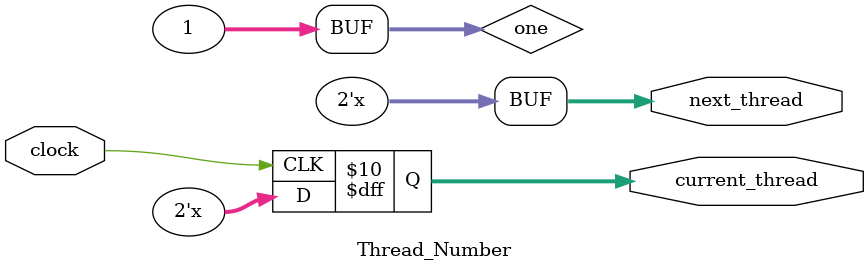
<source format=v>


module Thread_Number
#(
    parameter   INITIAL_THREAD      = 0,
    parameter   THREAD_COUNT        = 0,
    parameter   THREAD_ADDR_WIDTH   = 0
)
(
    input   wire                            clock,
    output  reg     [THREAD_ADDR_WIDTH-1:0] current_thread,
    output  reg     [THREAD_ADDR_WIDTH-1:0] next_thread
);

    // Workaround to allow bit vector selection to eliminate truncation warnings
    // Cause: can't put a parameter in the bitwidth part of a literal.
    // e.g.: THREAD_ADDR_WIDTH'd1 is not allowed. :P
    integer one = 1;

    initial begin
        current_thread = INITIAL_THREAD[THREAD_ADDR_WIDTH-1:0];
    end

    always @(*) begin
        // Doing it this way to avoid an adder/subtracter comparator.
        if(current_thread !== THREAD_COUNT-1) begin
            next_thread <= current_thread + one[THREAD_ADDR_WIDTH-1:0];
        end
        else begin
            next_thread <= 0;
        end
    end

    always @(posedge clock) begin
        current_thread  <= next_thread;
    end
endmodule


</source>
